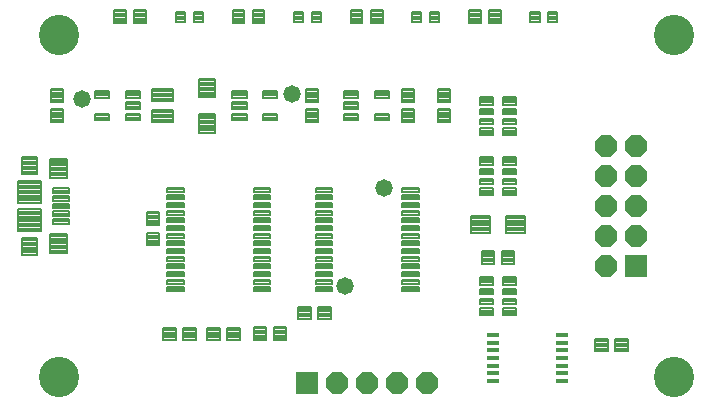
<source format=gts>
G75*
G70*
%OFA0B0*%
%FSLAX24Y24*%
%IPPOS*%
%LPD*%
%AMOC8*
5,1,8,0,0,1.08239X$1,22.5*
%
%ADD10C,0.0081*%
%ADD11C,0.0083*%
%ADD12C,0.0082*%
%ADD13C,0.0082*%
%ADD14R,0.0394X0.0177*%
%ADD15C,0.0081*%
%ADD16C,0.0082*%
%ADD17C,0.0080*%
%ADD18C,0.0080*%
%ADD19R,0.0720X0.0720*%
%ADD20OC8,0.0720*%
%ADD21C,0.1340*%
%ADD22C,0.0083*%
%ADD23C,0.0083*%
%ADD24C,0.0081*%
%ADD25C,0.0580*%
D10*
X009431Y007830D02*
X009863Y007830D01*
X009863Y007436D01*
X009431Y007436D01*
X009431Y007830D01*
X009431Y007516D02*
X009863Y007516D01*
X009863Y007596D02*
X009431Y007596D01*
X009431Y007676D02*
X009863Y007676D01*
X009863Y007756D02*
X009431Y007756D01*
X010101Y007830D02*
X010533Y007830D01*
X010533Y007436D01*
X010101Y007436D01*
X010101Y007830D01*
X010101Y007516D02*
X010533Y007516D01*
X010533Y007596D02*
X010101Y007596D01*
X010101Y007676D02*
X010533Y007676D01*
X010533Y007756D02*
X010101Y007756D01*
X010881Y007830D02*
X011313Y007830D01*
X011313Y007436D01*
X010881Y007436D01*
X010881Y007830D01*
X010881Y007516D02*
X011313Y007516D01*
X011313Y007596D02*
X010881Y007596D01*
X010881Y007676D02*
X011313Y007676D01*
X011313Y007756D02*
X010881Y007756D01*
X011551Y007830D02*
X011983Y007830D01*
X011983Y007436D01*
X011551Y007436D01*
X011551Y007830D01*
X011551Y007516D02*
X011983Y007516D01*
X011983Y007596D02*
X011551Y007596D01*
X011551Y007676D02*
X011983Y007676D01*
X011983Y007756D02*
X011551Y007756D01*
X012450Y007849D02*
X012844Y007849D01*
X012844Y007417D01*
X012450Y007417D01*
X012450Y007849D01*
X012450Y007497D02*
X012844Y007497D01*
X012844Y007577D02*
X012450Y007577D01*
X012450Y007657D02*
X012844Y007657D01*
X012844Y007737D02*
X012450Y007737D01*
X012450Y007817D02*
X012844Y007817D01*
X013120Y007849D02*
X013514Y007849D01*
X013514Y007417D01*
X013120Y007417D01*
X013120Y007849D01*
X013120Y007497D02*
X013514Y007497D01*
X013514Y007577D02*
X013120Y007577D01*
X013120Y007657D02*
X013514Y007657D01*
X013514Y007737D02*
X013120Y007737D01*
X013120Y007817D02*
X013514Y007817D01*
X013931Y008538D02*
X014363Y008538D01*
X014363Y008144D01*
X013931Y008144D01*
X013931Y008538D01*
X013931Y008224D02*
X014363Y008224D01*
X014363Y008304D02*
X013931Y008304D01*
X013931Y008384D02*
X014363Y008384D01*
X014363Y008464D02*
X013931Y008464D01*
X014601Y008538D02*
X015033Y008538D01*
X015033Y008144D01*
X014601Y008144D01*
X014601Y008538D01*
X014601Y008224D02*
X015033Y008224D01*
X015033Y008304D02*
X014601Y008304D01*
X014601Y008384D02*
X015033Y008384D01*
X015033Y008464D02*
X014601Y008464D01*
X008885Y010582D02*
X008885Y011014D01*
X009279Y011014D01*
X009279Y010582D01*
X008885Y010582D01*
X008885Y010662D02*
X009279Y010662D01*
X009279Y010742D02*
X008885Y010742D01*
X008885Y010822D02*
X009279Y010822D01*
X009279Y010902D02*
X008885Y010902D01*
X008885Y010982D02*
X009279Y010982D01*
X008885Y011251D02*
X008885Y011683D01*
X009279Y011683D01*
X009279Y011251D01*
X008885Y011251D01*
X008885Y011331D02*
X009279Y011331D01*
X009279Y011411D02*
X008885Y011411D01*
X008885Y011491D02*
X009279Y011491D01*
X009279Y011571D02*
X008885Y011571D01*
X008885Y011651D02*
X009279Y011651D01*
X005697Y014690D02*
X005697Y015122D01*
X006091Y015122D01*
X006091Y014690D01*
X005697Y014690D01*
X005697Y014770D02*
X006091Y014770D01*
X006091Y014850D02*
X005697Y014850D01*
X005697Y014930D02*
X006091Y014930D01*
X006091Y015010D02*
X005697Y015010D01*
X005697Y015090D02*
X006091Y015090D01*
X005697Y015360D02*
X005697Y015792D01*
X006091Y015792D01*
X006091Y015360D01*
X005697Y015360D01*
X005697Y015440D02*
X006091Y015440D01*
X006091Y015520D02*
X005697Y015520D01*
X005697Y015600D02*
X006091Y015600D01*
X006091Y015680D02*
X005697Y015680D01*
X005697Y015760D02*
X006091Y015760D01*
X007800Y018415D02*
X008194Y018415D01*
X008194Y017983D01*
X007800Y017983D01*
X007800Y018415D01*
X007800Y018063D02*
X008194Y018063D01*
X008194Y018143D02*
X007800Y018143D01*
X007800Y018223D02*
X008194Y018223D01*
X008194Y018303D02*
X007800Y018303D01*
X007800Y018383D02*
X008194Y018383D01*
X008469Y018415D02*
X008863Y018415D01*
X008863Y017983D01*
X008469Y017983D01*
X008469Y018415D01*
X008469Y018063D02*
X008863Y018063D01*
X008863Y018143D02*
X008469Y018143D01*
X008469Y018223D02*
X008863Y018223D01*
X008863Y018303D02*
X008469Y018303D01*
X008469Y018383D02*
X008863Y018383D01*
X011737Y018415D02*
X012131Y018415D01*
X012131Y017983D01*
X011737Y017983D01*
X011737Y018415D01*
X011737Y018063D02*
X012131Y018063D01*
X012131Y018143D02*
X011737Y018143D01*
X011737Y018223D02*
X012131Y018223D01*
X012131Y018303D02*
X011737Y018303D01*
X011737Y018383D02*
X012131Y018383D01*
X012406Y018415D02*
X012800Y018415D01*
X012800Y017983D01*
X012406Y017983D01*
X012406Y018415D01*
X012406Y018063D02*
X012800Y018063D01*
X012800Y018143D02*
X012406Y018143D01*
X012406Y018223D02*
X012800Y018223D01*
X012800Y018303D02*
X012406Y018303D01*
X012406Y018383D02*
X012800Y018383D01*
X015674Y018415D02*
X016068Y018415D01*
X016068Y017983D01*
X015674Y017983D01*
X015674Y018415D01*
X015674Y018063D02*
X016068Y018063D01*
X016068Y018143D02*
X015674Y018143D01*
X015674Y018223D02*
X016068Y018223D01*
X016068Y018303D02*
X015674Y018303D01*
X015674Y018383D02*
X016068Y018383D01*
X016343Y018415D02*
X016737Y018415D01*
X016737Y017983D01*
X016343Y017983D01*
X016343Y018415D01*
X016343Y018063D02*
X016737Y018063D01*
X016737Y018143D02*
X016343Y018143D01*
X016343Y018223D02*
X016737Y018223D01*
X016737Y018303D02*
X016343Y018303D01*
X016343Y018383D02*
X016737Y018383D01*
X019611Y018415D02*
X020005Y018415D01*
X020005Y017983D01*
X019611Y017983D01*
X019611Y018415D01*
X019611Y018063D02*
X020005Y018063D01*
X020005Y018143D02*
X019611Y018143D01*
X019611Y018223D02*
X020005Y018223D01*
X020005Y018303D02*
X019611Y018303D01*
X019611Y018383D02*
X020005Y018383D01*
X020280Y018415D02*
X020674Y018415D01*
X020674Y017983D01*
X020280Y017983D01*
X020280Y018415D01*
X020280Y018063D02*
X020674Y018063D01*
X020674Y018143D02*
X020280Y018143D01*
X020280Y018223D02*
X020674Y018223D01*
X020674Y018303D02*
X020280Y018303D01*
X020280Y018383D02*
X020674Y018383D01*
X018979Y015792D02*
X018979Y015360D01*
X018585Y015360D01*
X018585Y015792D01*
X018979Y015792D01*
X018979Y015440D02*
X018585Y015440D01*
X018585Y015520D02*
X018979Y015520D01*
X018979Y015600D02*
X018585Y015600D01*
X018585Y015680D02*
X018979Y015680D01*
X018979Y015760D02*
X018585Y015760D01*
X017385Y015792D02*
X017385Y015360D01*
X017385Y015792D02*
X017779Y015792D01*
X017779Y015360D01*
X017385Y015360D01*
X017385Y015440D02*
X017779Y015440D01*
X017779Y015520D02*
X017385Y015520D01*
X017385Y015600D02*
X017779Y015600D01*
X017779Y015680D02*
X017385Y015680D01*
X017385Y015760D02*
X017779Y015760D01*
X017385Y015122D02*
X017385Y014690D01*
X017385Y015122D02*
X017779Y015122D01*
X017779Y014690D01*
X017385Y014690D01*
X017385Y014770D02*
X017779Y014770D01*
X017779Y014850D02*
X017385Y014850D01*
X017385Y014930D02*
X017779Y014930D01*
X017779Y015010D02*
X017385Y015010D01*
X017385Y015090D02*
X017779Y015090D01*
X018979Y015122D02*
X018979Y014690D01*
X018585Y014690D01*
X018585Y015122D01*
X018979Y015122D01*
X018979Y014770D02*
X018585Y014770D01*
X018585Y014850D02*
X018979Y014850D01*
X018979Y014930D02*
X018585Y014930D01*
X018585Y015010D02*
X018979Y015010D01*
X018979Y015090D02*
X018585Y015090D01*
X014197Y015122D02*
X014197Y014690D01*
X014197Y015122D02*
X014591Y015122D01*
X014591Y014690D01*
X014197Y014690D01*
X014197Y014770D02*
X014591Y014770D01*
X014591Y014850D02*
X014197Y014850D01*
X014197Y014930D02*
X014591Y014930D01*
X014591Y015010D02*
X014197Y015010D01*
X014197Y015090D02*
X014591Y015090D01*
X014197Y015360D02*
X014197Y015792D01*
X014591Y015792D01*
X014591Y015360D01*
X014197Y015360D01*
X014197Y015440D02*
X014591Y015440D01*
X014591Y015520D02*
X014197Y015520D01*
X014197Y015600D02*
X014591Y015600D01*
X014591Y015680D02*
X014197Y015680D01*
X014197Y015760D02*
X014591Y015760D01*
X020050Y009979D02*
X020444Y009979D01*
X020050Y009979D02*
X020050Y010411D01*
X020444Y010411D01*
X020444Y009979D01*
X020444Y010059D02*
X020050Y010059D01*
X020050Y010139D02*
X020444Y010139D01*
X020444Y010219D02*
X020050Y010219D01*
X020050Y010299D02*
X020444Y010299D01*
X020444Y010379D02*
X020050Y010379D01*
X020720Y009979D02*
X021114Y009979D01*
X020720Y009979D02*
X020720Y010411D01*
X021114Y010411D01*
X021114Y009979D01*
X021114Y010059D02*
X020720Y010059D01*
X020720Y010139D02*
X021114Y010139D01*
X021114Y010219D02*
X020720Y010219D01*
X020720Y010299D02*
X021114Y010299D01*
X021114Y010379D02*
X020720Y010379D01*
X023806Y007061D02*
X024238Y007061D01*
X023806Y007061D02*
X023806Y007455D01*
X024238Y007455D01*
X024238Y007061D01*
X024238Y007141D02*
X023806Y007141D01*
X023806Y007221D02*
X024238Y007221D01*
X024238Y007301D02*
X023806Y007301D01*
X023806Y007381D02*
X024238Y007381D01*
X024476Y007061D02*
X024908Y007061D01*
X024476Y007061D02*
X024476Y007455D01*
X024908Y007455D01*
X024908Y007061D01*
X024908Y007141D02*
X024476Y007141D01*
X024476Y007221D02*
X024908Y007221D01*
X024908Y007301D02*
X024476Y007301D01*
X024476Y007381D02*
X024908Y007381D01*
D11*
X022250Y018043D02*
X022250Y018355D01*
X022562Y018355D01*
X022562Y018043D01*
X022250Y018043D01*
X022250Y018125D02*
X022562Y018125D01*
X022562Y018207D02*
X022250Y018207D01*
X022250Y018289D02*
X022562Y018289D01*
X021660Y018355D02*
X021660Y018043D01*
X021660Y018355D02*
X021972Y018355D01*
X021972Y018043D01*
X021660Y018043D01*
X021660Y018125D02*
X021972Y018125D01*
X021972Y018207D02*
X021660Y018207D01*
X021660Y018289D02*
X021972Y018289D01*
X018313Y018355D02*
X018313Y018043D01*
X018313Y018355D02*
X018625Y018355D01*
X018625Y018043D01*
X018313Y018043D01*
X018313Y018125D02*
X018625Y018125D01*
X018625Y018207D02*
X018313Y018207D01*
X018313Y018289D02*
X018625Y018289D01*
X017723Y018355D02*
X017723Y018043D01*
X017723Y018355D02*
X018035Y018355D01*
X018035Y018043D01*
X017723Y018043D01*
X017723Y018125D02*
X018035Y018125D01*
X018035Y018207D02*
X017723Y018207D01*
X017723Y018289D02*
X018035Y018289D01*
X014376Y018355D02*
X014376Y018043D01*
X014376Y018355D02*
X014688Y018355D01*
X014688Y018043D01*
X014376Y018043D01*
X014376Y018125D02*
X014688Y018125D01*
X014688Y018207D02*
X014376Y018207D01*
X014376Y018289D02*
X014688Y018289D01*
X013786Y018355D02*
X013786Y018043D01*
X013786Y018355D02*
X014098Y018355D01*
X014098Y018043D01*
X013786Y018043D01*
X013786Y018125D02*
X014098Y018125D01*
X014098Y018207D02*
X013786Y018207D01*
X013786Y018289D02*
X014098Y018289D01*
X010439Y018355D02*
X010439Y018043D01*
X010439Y018355D02*
X010751Y018355D01*
X010751Y018043D01*
X010439Y018043D01*
X010439Y018125D02*
X010751Y018125D01*
X010751Y018207D02*
X010439Y018207D01*
X010439Y018289D02*
X010751Y018289D01*
X009849Y018355D02*
X009849Y018043D01*
X009849Y018355D02*
X010161Y018355D01*
X010161Y018043D01*
X009849Y018043D01*
X009849Y018125D02*
X010161Y018125D01*
X010161Y018207D02*
X009849Y018207D01*
X009849Y018289D02*
X010161Y018289D01*
D12*
X010620Y016146D02*
X010620Y015518D01*
X010620Y016146D02*
X011168Y016146D01*
X011168Y015518D01*
X010620Y015518D01*
X010620Y015599D02*
X011168Y015599D01*
X011168Y015680D02*
X010620Y015680D01*
X010620Y015761D02*
X011168Y015761D01*
X011168Y015842D02*
X010620Y015842D01*
X010620Y015923D02*
X011168Y015923D01*
X011168Y016004D02*
X010620Y016004D01*
X010620Y016085D02*
X011168Y016085D01*
X011168Y014965D02*
X011168Y014337D01*
X010620Y014337D01*
X010620Y014965D01*
X011168Y014965D01*
X011168Y014418D02*
X010620Y014418D01*
X010620Y014499D02*
X011168Y014499D01*
X011168Y014580D02*
X010620Y014580D01*
X010620Y014661D02*
X011168Y014661D01*
X011168Y014742D02*
X010620Y014742D01*
X010620Y014823D02*
X011168Y014823D01*
X011168Y014904D02*
X010620Y014904D01*
X005656Y013473D02*
X005656Y012845D01*
X005656Y013473D02*
X006204Y013473D01*
X006204Y012845D01*
X005656Y012845D01*
X005656Y012926D02*
X006204Y012926D01*
X006204Y013007D02*
X005656Y013007D01*
X005656Y013088D02*
X006204Y013088D01*
X006204Y013169D02*
X005656Y013169D01*
X005656Y013250D02*
X006204Y013250D01*
X006204Y013331D02*
X005656Y013331D01*
X005656Y013412D02*
X006204Y013412D01*
X005656Y010954D02*
X005656Y010326D01*
X005656Y010954D02*
X006204Y010954D01*
X006204Y010326D01*
X005656Y010326D01*
X005656Y010407D02*
X006204Y010407D01*
X006204Y010488D02*
X005656Y010488D01*
X005656Y010569D02*
X006204Y010569D01*
X006204Y010650D02*
X005656Y010650D01*
X005656Y010731D02*
X006204Y010731D01*
X006204Y010812D02*
X005656Y010812D01*
X005656Y010893D02*
X006204Y010893D01*
X019678Y011009D02*
X020306Y011009D01*
X019678Y011009D02*
X019678Y011557D01*
X020306Y011557D01*
X020306Y011009D01*
X020306Y011090D02*
X019678Y011090D01*
X019678Y011171D02*
X020306Y011171D01*
X020306Y011252D02*
X019678Y011252D01*
X019678Y011333D02*
X020306Y011333D01*
X020306Y011414D02*
X019678Y011414D01*
X019678Y011495D02*
X020306Y011495D01*
X020859Y011557D02*
X021487Y011557D01*
X021487Y011009D01*
X020859Y011009D01*
X020859Y011557D01*
X020859Y011090D02*
X021487Y011090D01*
X021487Y011171D02*
X020859Y011171D01*
X020859Y011252D02*
X021487Y011252D01*
X021487Y011333D02*
X020859Y011333D01*
X020859Y011414D02*
X021487Y011414D01*
X021487Y011495D02*
X020859Y011495D01*
D13*
X009743Y014691D02*
X009045Y014691D01*
X009045Y015091D01*
X009743Y015091D01*
X009743Y014691D01*
X009743Y014772D02*
X009045Y014772D01*
X009045Y014853D02*
X009743Y014853D01*
X009743Y014934D02*
X009045Y014934D01*
X009045Y015015D02*
X009743Y015015D01*
X009743Y015391D02*
X009045Y015391D01*
X009045Y015791D01*
X009743Y015791D01*
X009743Y015391D01*
X009743Y015472D02*
X009045Y015472D01*
X009045Y015553D02*
X009743Y015553D01*
X009743Y015634D02*
X009045Y015634D01*
X009045Y015715D02*
X009743Y015715D01*
D14*
X020431Y007600D03*
X020431Y007344D03*
X020431Y007089D03*
X020431Y006833D03*
X020431Y006577D03*
X020431Y006321D03*
X020431Y006065D03*
X022734Y006065D03*
X022734Y006321D03*
X022734Y006577D03*
X022734Y006833D03*
X022734Y007089D03*
X022734Y007344D03*
X022734Y007600D03*
D15*
X020740Y008639D02*
X020740Y008811D01*
X021192Y008811D01*
X021192Y008639D01*
X020740Y008639D01*
X020740Y008719D02*
X021192Y008719D01*
X021192Y008799D02*
X020740Y008799D01*
X020740Y008954D02*
X020740Y009126D01*
X021192Y009126D01*
X021192Y008954D01*
X020740Y008954D01*
X020740Y009034D02*
X021192Y009034D01*
X021192Y009114D02*
X020740Y009114D01*
X019972Y009126D02*
X019972Y008954D01*
X019972Y009126D02*
X020424Y009126D01*
X020424Y008954D01*
X019972Y008954D01*
X019972Y009034D02*
X020424Y009034D01*
X020424Y009114D02*
X019972Y009114D01*
X019972Y008811D02*
X019972Y008639D01*
X019972Y008811D02*
X020424Y008811D01*
X020424Y008639D01*
X019972Y008639D01*
X019972Y008719D02*
X020424Y008719D01*
X020424Y008799D02*
X019972Y008799D01*
X019972Y012639D02*
X019972Y012811D01*
X020424Y012811D01*
X020424Y012639D01*
X019972Y012639D01*
X019972Y012719D02*
X020424Y012719D01*
X020424Y012799D02*
X019972Y012799D01*
X019972Y012954D02*
X019972Y013126D01*
X020424Y013126D01*
X020424Y012954D01*
X019972Y012954D01*
X019972Y013034D02*
X020424Y013034D01*
X020424Y013114D02*
X019972Y013114D01*
X020740Y013126D02*
X020740Y012954D01*
X020740Y013126D02*
X021192Y013126D01*
X021192Y012954D01*
X020740Y012954D01*
X020740Y013034D02*
X021192Y013034D01*
X021192Y013114D02*
X020740Y013114D01*
X020740Y012811D02*
X020740Y012639D01*
X020740Y012811D02*
X021192Y012811D01*
X021192Y012639D01*
X020740Y012639D01*
X020740Y012719D02*
X021192Y012719D01*
X021192Y012799D02*
X020740Y012799D01*
X020740Y014639D02*
X020740Y014811D01*
X021192Y014811D01*
X021192Y014639D01*
X020740Y014639D01*
X020740Y014719D02*
X021192Y014719D01*
X021192Y014799D02*
X020740Y014799D01*
X020740Y014954D02*
X020740Y015126D01*
X021192Y015126D01*
X021192Y014954D01*
X020740Y014954D01*
X020740Y015034D02*
X021192Y015034D01*
X021192Y015114D02*
X020740Y015114D01*
X019972Y015126D02*
X019972Y014954D01*
X019972Y015126D02*
X020424Y015126D01*
X020424Y014954D01*
X019972Y014954D01*
X019972Y015034D02*
X020424Y015034D01*
X020424Y015114D02*
X019972Y015114D01*
X019972Y014811D02*
X019972Y014639D01*
X019972Y014811D02*
X020424Y014811D01*
X020424Y014639D01*
X019972Y014639D01*
X019972Y014719D02*
X020424Y014719D01*
X020424Y014799D02*
X019972Y014799D01*
D16*
X019973Y014496D02*
X019973Y014250D01*
X019973Y014496D02*
X020423Y014496D01*
X020423Y014250D01*
X019973Y014250D01*
X019973Y014331D02*
X020423Y014331D01*
X020423Y014412D02*
X019973Y014412D01*
X019973Y014493D02*
X020423Y014493D01*
X020741Y014496D02*
X020741Y014250D01*
X020741Y014496D02*
X021191Y014496D01*
X021191Y014250D01*
X020741Y014250D01*
X020741Y014331D02*
X021191Y014331D01*
X021191Y014412D02*
X020741Y014412D01*
X020741Y014493D02*
X021191Y014493D01*
X020741Y015269D02*
X020741Y015515D01*
X021191Y015515D01*
X021191Y015269D01*
X020741Y015269D01*
X020741Y015350D02*
X021191Y015350D01*
X021191Y015431D02*
X020741Y015431D01*
X020741Y015512D02*
X021191Y015512D01*
X019973Y015515D02*
X019973Y015269D01*
X019973Y015515D02*
X020423Y015515D01*
X020423Y015269D01*
X019973Y015269D01*
X019973Y015350D02*
X020423Y015350D01*
X020423Y015431D02*
X019973Y015431D01*
X019973Y015512D02*
X020423Y015512D01*
X019973Y013515D02*
X019973Y013269D01*
X019973Y013515D02*
X020423Y013515D01*
X020423Y013269D01*
X019973Y013269D01*
X019973Y013350D02*
X020423Y013350D01*
X020423Y013431D02*
X019973Y013431D01*
X019973Y013512D02*
X020423Y013512D01*
X020741Y013515D02*
X020741Y013269D01*
X020741Y013515D02*
X021191Y013515D01*
X021191Y013269D01*
X020741Y013269D01*
X020741Y013350D02*
X021191Y013350D01*
X021191Y013431D02*
X020741Y013431D01*
X020741Y013512D02*
X021191Y013512D01*
X020741Y012496D02*
X020741Y012250D01*
X020741Y012496D02*
X021191Y012496D01*
X021191Y012250D01*
X020741Y012250D01*
X020741Y012331D02*
X021191Y012331D01*
X021191Y012412D02*
X020741Y012412D01*
X020741Y012493D02*
X021191Y012493D01*
X019973Y012496D02*
X019973Y012250D01*
X019973Y012496D02*
X020423Y012496D01*
X020423Y012250D01*
X019973Y012250D01*
X019973Y012331D02*
X020423Y012331D01*
X020423Y012412D02*
X019973Y012412D01*
X019973Y012493D02*
X020423Y012493D01*
X019973Y009515D02*
X019973Y009269D01*
X019973Y009515D02*
X020423Y009515D01*
X020423Y009269D01*
X019973Y009269D01*
X019973Y009350D02*
X020423Y009350D01*
X020423Y009431D02*
X019973Y009431D01*
X019973Y009512D02*
X020423Y009512D01*
X020741Y009515D02*
X020741Y009269D01*
X020741Y009515D02*
X021191Y009515D01*
X021191Y009269D01*
X020741Y009269D01*
X020741Y009350D02*
X021191Y009350D01*
X021191Y009431D02*
X020741Y009431D01*
X020741Y009512D02*
X021191Y009512D01*
X020741Y008496D02*
X020741Y008250D01*
X020741Y008496D02*
X021191Y008496D01*
X021191Y008250D01*
X020741Y008250D01*
X020741Y008331D02*
X021191Y008331D01*
X021191Y008412D02*
X020741Y008412D01*
X020741Y008493D02*
X021191Y008493D01*
X019973Y008496D02*
X019973Y008250D01*
X019973Y008496D02*
X020423Y008496D01*
X020423Y008250D01*
X019973Y008250D01*
X019973Y008331D02*
X020423Y008331D01*
X020423Y008412D02*
X019973Y008412D01*
X019973Y008493D02*
X020423Y008493D01*
D17*
X017396Y009051D02*
X017396Y009187D01*
X017946Y009187D01*
X017946Y009051D01*
X017396Y009051D01*
X017396Y009130D02*
X017946Y009130D01*
X017396Y009307D02*
X017396Y009443D01*
X017946Y009443D01*
X017946Y009307D01*
X017396Y009307D01*
X017396Y009386D02*
X017946Y009386D01*
X017396Y009563D02*
X017396Y009699D01*
X017946Y009699D01*
X017946Y009563D01*
X017396Y009563D01*
X017396Y009642D02*
X017946Y009642D01*
X017396Y009819D02*
X017396Y009955D01*
X017946Y009955D01*
X017946Y009819D01*
X017396Y009819D01*
X017396Y009898D02*
X017946Y009898D01*
X017396Y010075D02*
X017396Y010211D01*
X017946Y010211D01*
X017946Y010075D01*
X017396Y010075D01*
X017396Y010154D02*
X017946Y010154D01*
X017396Y010331D02*
X017396Y010467D01*
X017946Y010467D01*
X017946Y010331D01*
X017396Y010331D01*
X017396Y010410D02*
X017946Y010410D01*
X017396Y010587D02*
X017396Y010723D01*
X017946Y010723D01*
X017946Y010587D01*
X017396Y010587D01*
X017396Y010666D02*
X017946Y010666D01*
X017396Y010843D02*
X017396Y010979D01*
X017946Y010979D01*
X017946Y010843D01*
X017396Y010843D01*
X017396Y010922D02*
X017946Y010922D01*
X017396Y011098D02*
X017396Y011234D01*
X017946Y011234D01*
X017946Y011098D01*
X017396Y011098D01*
X017396Y011177D02*
X017946Y011177D01*
X017396Y011354D02*
X017396Y011490D01*
X017946Y011490D01*
X017946Y011354D01*
X017396Y011354D01*
X017396Y011433D02*
X017946Y011433D01*
X017396Y011610D02*
X017396Y011746D01*
X017946Y011746D01*
X017946Y011610D01*
X017396Y011610D01*
X017396Y011689D02*
X017946Y011689D01*
X017396Y011866D02*
X017396Y012002D01*
X017946Y012002D01*
X017946Y011866D01*
X017396Y011866D01*
X017396Y011945D02*
X017946Y011945D01*
X017396Y012122D02*
X017396Y012258D01*
X017946Y012258D01*
X017946Y012122D01*
X017396Y012122D01*
X017396Y012201D02*
X017946Y012201D01*
X017396Y012378D02*
X017396Y012514D01*
X017946Y012514D01*
X017946Y012378D01*
X017396Y012378D01*
X017396Y012457D02*
X017946Y012457D01*
X014518Y012378D02*
X014518Y012514D01*
X015068Y012514D01*
X015068Y012378D01*
X014518Y012378D01*
X014518Y012457D02*
X015068Y012457D01*
X014518Y012258D02*
X014518Y012122D01*
X014518Y012258D02*
X015068Y012258D01*
X015068Y012122D01*
X014518Y012122D01*
X014518Y012201D02*
X015068Y012201D01*
X014518Y012002D02*
X014518Y011866D01*
X014518Y012002D02*
X015068Y012002D01*
X015068Y011866D01*
X014518Y011866D01*
X014518Y011945D02*
X015068Y011945D01*
X014518Y011746D02*
X014518Y011610D01*
X014518Y011746D02*
X015068Y011746D01*
X015068Y011610D01*
X014518Y011610D01*
X014518Y011689D02*
X015068Y011689D01*
X014518Y011490D02*
X014518Y011354D01*
X014518Y011490D02*
X015068Y011490D01*
X015068Y011354D01*
X014518Y011354D01*
X014518Y011433D02*
X015068Y011433D01*
X014518Y011234D02*
X014518Y011098D01*
X014518Y011234D02*
X015068Y011234D01*
X015068Y011098D01*
X014518Y011098D01*
X014518Y011177D02*
X015068Y011177D01*
X014518Y010979D02*
X014518Y010843D01*
X014518Y010979D02*
X015068Y010979D01*
X015068Y010843D01*
X014518Y010843D01*
X014518Y010922D02*
X015068Y010922D01*
X014518Y010723D02*
X014518Y010587D01*
X014518Y010723D02*
X015068Y010723D01*
X015068Y010587D01*
X014518Y010587D01*
X014518Y010666D02*
X015068Y010666D01*
X014518Y010467D02*
X014518Y010331D01*
X014518Y010467D02*
X015068Y010467D01*
X015068Y010331D01*
X014518Y010331D01*
X014518Y010410D02*
X015068Y010410D01*
X014518Y010211D02*
X014518Y010075D01*
X014518Y010211D02*
X015068Y010211D01*
X015068Y010075D01*
X014518Y010075D01*
X014518Y010154D02*
X015068Y010154D01*
X014518Y009955D02*
X014518Y009819D01*
X014518Y009955D02*
X015068Y009955D01*
X015068Y009819D01*
X014518Y009819D01*
X014518Y009898D02*
X015068Y009898D01*
X014518Y009699D02*
X014518Y009563D01*
X014518Y009699D02*
X015068Y009699D01*
X015068Y009563D01*
X014518Y009563D01*
X014518Y009642D02*
X015068Y009642D01*
X014518Y009443D02*
X014518Y009307D01*
X014518Y009443D02*
X015068Y009443D01*
X015068Y009307D01*
X014518Y009307D01*
X014518Y009386D02*
X015068Y009386D01*
X014518Y009187D02*
X014518Y009051D01*
X014518Y009187D02*
X015068Y009187D01*
X015068Y009051D01*
X014518Y009051D01*
X014518Y009130D02*
X015068Y009130D01*
X012996Y009187D02*
X012996Y009051D01*
X012446Y009051D01*
X012446Y009187D01*
X012996Y009187D01*
X012996Y009130D02*
X012446Y009130D01*
X012996Y009307D02*
X012996Y009443D01*
X012996Y009307D02*
X012446Y009307D01*
X012446Y009443D01*
X012996Y009443D01*
X012996Y009386D02*
X012446Y009386D01*
X012996Y009563D02*
X012996Y009699D01*
X012996Y009563D02*
X012446Y009563D01*
X012446Y009699D01*
X012996Y009699D01*
X012996Y009642D02*
X012446Y009642D01*
X012996Y009819D02*
X012996Y009955D01*
X012996Y009819D02*
X012446Y009819D01*
X012446Y009955D01*
X012996Y009955D01*
X012996Y009898D02*
X012446Y009898D01*
X012996Y010075D02*
X012996Y010211D01*
X012996Y010075D02*
X012446Y010075D01*
X012446Y010211D01*
X012996Y010211D01*
X012996Y010154D02*
X012446Y010154D01*
X012996Y010331D02*
X012996Y010467D01*
X012996Y010331D02*
X012446Y010331D01*
X012446Y010467D01*
X012996Y010467D01*
X012996Y010410D02*
X012446Y010410D01*
X012996Y010587D02*
X012996Y010723D01*
X012996Y010587D02*
X012446Y010587D01*
X012446Y010723D01*
X012996Y010723D01*
X012996Y010666D02*
X012446Y010666D01*
X012996Y010843D02*
X012996Y010979D01*
X012996Y010843D02*
X012446Y010843D01*
X012446Y010979D01*
X012996Y010979D01*
X012996Y010922D02*
X012446Y010922D01*
X012996Y011098D02*
X012996Y011234D01*
X012996Y011098D02*
X012446Y011098D01*
X012446Y011234D01*
X012996Y011234D01*
X012996Y011177D02*
X012446Y011177D01*
X012996Y011354D02*
X012996Y011490D01*
X012996Y011354D02*
X012446Y011354D01*
X012446Y011490D01*
X012996Y011490D01*
X012996Y011433D02*
X012446Y011433D01*
X012996Y011610D02*
X012996Y011746D01*
X012996Y011610D02*
X012446Y011610D01*
X012446Y011746D01*
X012996Y011746D01*
X012996Y011689D02*
X012446Y011689D01*
X012996Y011866D02*
X012996Y012002D01*
X012996Y011866D02*
X012446Y011866D01*
X012446Y012002D01*
X012996Y012002D01*
X012996Y011945D02*
X012446Y011945D01*
X012996Y012122D02*
X012996Y012258D01*
X012996Y012122D02*
X012446Y012122D01*
X012446Y012258D01*
X012996Y012258D01*
X012996Y012201D02*
X012446Y012201D01*
X012996Y012378D02*
X012996Y012514D01*
X012996Y012378D02*
X012446Y012378D01*
X012446Y012514D01*
X012996Y012514D01*
X012996Y012457D02*
X012446Y012457D01*
X010118Y012514D02*
X010118Y012378D01*
X009568Y012378D01*
X009568Y012514D01*
X010118Y012514D01*
X010118Y012457D02*
X009568Y012457D01*
X010118Y012258D02*
X010118Y012122D01*
X009568Y012122D01*
X009568Y012258D01*
X010118Y012258D01*
X010118Y012201D02*
X009568Y012201D01*
X010118Y012002D02*
X010118Y011866D01*
X009568Y011866D01*
X009568Y012002D01*
X010118Y012002D01*
X010118Y011945D02*
X009568Y011945D01*
X010118Y011746D02*
X010118Y011610D01*
X009568Y011610D01*
X009568Y011746D01*
X010118Y011746D01*
X010118Y011689D02*
X009568Y011689D01*
X010118Y011490D02*
X010118Y011354D01*
X009568Y011354D01*
X009568Y011490D01*
X010118Y011490D01*
X010118Y011433D02*
X009568Y011433D01*
X010118Y011234D02*
X010118Y011098D01*
X009568Y011098D01*
X009568Y011234D01*
X010118Y011234D01*
X010118Y011177D02*
X009568Y011177D01*
X010118Y010979D02*
X010118Y010843D01*
X009568Y010843D01*
X009568Y010979D01*
X010118Y010979D01*
X010118Y010922D02*
X009568Y010922D01*
X010118Y010723D02*
X010118Y010587D01*
X009568Y010587D01*
X009568Y010723D01*
X010118Y010723D01*
X010118Y010666D02*
X009568Y010666D01*
X010118Y010467D02*
X010118Y010331D01*
X009568Y010331D01*
X009568Y010467D01*
X010118Y010467D01*
X010118Y010410D02*
X009568Y010410D01*
X010118Y010211D02*
X010118Y010075D01*
X009568Y010075D01*
X009568Y010211D01*
X010118Y010211D01*
X010118Y010154D02*
X009568Y010154D01*
X010118Y009955D02*
X010118Y009819D01*
X009568Y009819D01*
X009568Y009955D01*
X010118Y009955D01*
X010118Y009898D02*
X009568Y009898D01*
X010118Y009699D02*
X010118Y009563D01*
X009568Y009563D01*
X009568Y009699D01*
X010118Y009699D01*
X010118Y009642D02*
X009568Y009642D01*
X010118Y009443D02*
X010118Y009307D01*
X009568Y009307D01*
X009568Y009443D01*
X010118Y009443D01*
X010118Y009386D02*
X009568Y009386D01*
X010118Y009187D02*
X010118Y009051D01*
X009568Y009051D01*
X009568Y009187D01*
X010118Y009187D01*
X010118Y009130D02*
X009568Y009130D01*
D18*
X008642Y014759D02*
X008642Y014975D01*
X008642Y014759D02*
X008170Y014759D01*
X008170Y014975D01*
X008642Y014975D01*
X008642Y014838D02*
X008170Y014838D01*
X008170Y014917D02*
X008642Y014917D01*
X008642Y015133D02*
X008642Y015349D01*
X008642Y015133D02*
X008170Y015133D01*
X008170Y015349D01*
X008642Y015349D01*
X008642Y015212D02*
X008170Y015212D01*
X008170Y015291D02*
X008642Y015291D01*
X008642Y015507D02*
X008642Y015723D01*
X008642Y015507D02*
X008170Y015507D01*
X008170Y015723D01*
X008642Y015723D01*
X008642Y015586D02*
X008170Y015586D01*
X008170Y015665D02*
X008642Y015665D01*
X007619Y015723D02*
X007619Y015507D01*
X007147Y015507D01*
X007147Y015723D01*
X007619Y015723D01*
X007619Y015586D02*
X007147Y015586D01*
X007147Y015665D02*
X007619Y015665D01*
X007619Y014975D02*
X007619Y014759D01*
X007147Y014759D01*
X007147Y014975D01*
X007619Y014975D01*
X007619Y014838D02*
X007147Y014838D01*
X007147Y014917D02*
X007619Y014917D01*
X011734Y014975D02*
X011734Y014759D01*
X011734Y014975D02*
X012206Y014975D01*
X012206Y014759D01*
X011734Y014759D01*
X011734Y014838D02*
X012206Y014838D01*
X012206Y014917D02*
X011734Y014917D01*
X011734Y015133D02*
X011734Y015349D01*
X012206Y015349D01*
X012206Y015133D01*
X011734Y015133D01*
X011734Y015212D02*
X012206Y015212D01*
X012206Y015291D02*
X011734Y015291D01*
X011734Y015507D02*
X011734Y015723D01*
X012206Y015723D01*
X012206Y015507D01*
X011734Y015507D01*
X011734Y015586D02*
X012206Y015586D01*
X012206Y015665D02*
X011734Y015665D01*
X012758Y015723D02*
X012758Y015507D01*
X012758Y015723D02*
X013230Y015723D01*
X013230Y015507D01*
X012758Y015507D01*
X012758Y015586D02*
X013230Y015586D01*
X013230Y015665D02*
X012758Y015665D01*
X012758Y014975D02*
X012758Y014759D01*
X012758Y014975D02*
X013230Y014975D01*
X013230Y014759D01*
X012758Y014759D01*
X012758Y014838D02*
X013230Y014838D01*
X013230Y014917D02*
X012758Y014917D01*
X015458Y014975D02*
X015458Y014759D01*
X015458Y014975D02*
X015930Y014975D01*
X015930Y014759D01*
X015458Y014759D01*
X015458Y014838D02*
X015930Y014838D01*
X015930Y014917D02*
X015458Y014917D01*
X015458Y015133D02*
X015458Y015349D01*
X015930Y015349D01*
X015930Y015133D01*
X015458Y015133D01*
X015458Y015212D02*
X015930Y015212D01*
X015930Y015291D02*
X015458Y015291D01*
X015458Y015507D02*
X015458Y015723D01*
X015930Y015723D01*
X015930Y015507D01*
X015458Y015507D01*
X015458Y015586D02*
X015930Y015586D01*
X015930Y015665D02*
X015458Y015665D01*
X016481Y015723D02*
X016481Y015507D01*
X016481Y015723D02*
X016953Y015723D01*
X016953Y015507D01*
X016481Y015507D01*
X016481Y015586D02*
X016953Y015586D01*
X016953Y015665D02*
X016481Y015665D01*
X016481Y014975D02*
X016481Y014759D01*
X016481Y014975D02*
X016953Y014975D01*
X016953Y014759D01*
X016481Y014759D01*
X016481Y014838D02*
X016953Y014838D01*
X016953Y014917D02*
X016481Y014917D01*
D19*
X025170Y009900D03*
X014205Y005994D03*
D20*
X015205Y005994D03*
X016205Y005994D03*
X017205Y005994D03*
X018205Y005994D03*
X024170Y009900D03*
X024170Y010900D03*
X025170Y010900D03*
X025170Y011900D03*
X024170Y011900D03*
X024170Y012900D03*
X025170Y012900D03*
X025170Y013900D03*
X024170Y013900D03*
D21*
X005969Y006191D03*
X026442Y006191D03*
X026442Y017608D03*
X005969Y017608D03*
D22*
X004710Y013532D02*
X004710Y012964D01*
X004710Y013532D02*
X005220Y013532D01*
X005220Y012964D01*
X004710Y012964D01*
X004710Y013046D02*
X005220Y013046D01*
X005220Y013128D02*
X004710Y013128D01*
X004710Y013210D02*
X005220Y013210D01*
X005220Y013292D02*
X004710Y013292D01*
X004710Y013374D02*
X005220Y013374D01*
X005220Y013456D02*
X004710Y013456D01*
X004710Y010835D02*
X004710Y010267D01*
X004710Y010835D02*
X005220Y010835D01*
X005220Y010267D01*
X004710Y010267D01*
X004710Y010349D02*
X005220Y010349D01*
X005220Y010431D02*
X004710Y010431D01*
X004710Y010513D02*
X005220Y010513D01*
X005220Y010595D02*
X004710Y010595D01*
X004710Y010677D02*
X005220Y010677D01*
X005220Y010759D02*
X004710Y010759D01*
D23*
X004592Y011054D02*
X004592Y011800D01*
X005338Y011800D01*
X005338Y011054D01*
X004592Y011054D01*
X004592Y011136D02*
X005338Y011136D01*
X005338Y011218D02*
X004592Y011218D01*
X004592Y011300D02*
X005338Y011300D01*
X005338Y011382D02*
X004592Y011382D01*
X004592Y011464D02*
X005338Y011464D01*
X005338Y011546D02*
X004592Y011546D01*
X004592Y011628D02*
X005338Y011628D01*
X005338Y011710D02*
X004592Y011710D01*
X004592Y011792D02*
X005338Y011792D01*
X004592Y011999D02*
X004592Y012745D01*
X005338Y012745D01*
X005338Y011999D01*
X004592Y011999D01*
X004592Y012081D02*
X005338Y012081D01*
X005338Y012163D02*
X004592Y012163D01*
X004592Y012245D02*
X005338Y012245D01*
X005338Y012327D02*
X004592Y012327D01*
X004592Y012409D02*
X005338Y012409D01*
X005338Y012491D02*
X004592Y012491D01*
X004592Y012573D02*
X005338Y012573D01*
X005338Y012655D02*
X004592Y012655D01*
X004592Y012737D02*
X005338Y012737D01*
D24*
X005753Y012489D02*
X005753Y012333D01*
X005753Y012489D02*
X006283Y012489D01*
X006283Y012333D01*
X005753Y012333D01*
X005753Y012413D02*
X006283Y012413D01*
X005753Y012233D02*
X005753Y012077D01*
X005753Y012233D02*
X006283Y012233D01*
X006283Y012077D01*
X005753Y012077D01*
X005753Y012157D02*
X006283Y012157D01*
X005753Y011978D02*
X005753Y011822D01*
X005753Y011978D02*
X006283Y011978D01*
X006283Y011822D01*
X005753Y011822D01*
X005753Y011902D02*
X006283Y011902D01*
X005753Y011722D02*
X005753Y011566D01*
X005753Y011722D02*
X006283Y011722D01*
X006283Y011566D01*
X005753Y011566D01*
X005753Y011646D02*
X006283Y011646D01*
X005753Y011466D02*
X005753Y011310D01*
X005753Y011466D02*
X006283Y011466D01*
X006283Y011310D01*
X005753Y011310D01*
X005753Y011390D02*
X006283Y011390D01*
D25*
X006732Y015458D03*
X013707Y015616D03*
X016782Y012483D03*
X015482Y009233D03*
M02*

</source>
